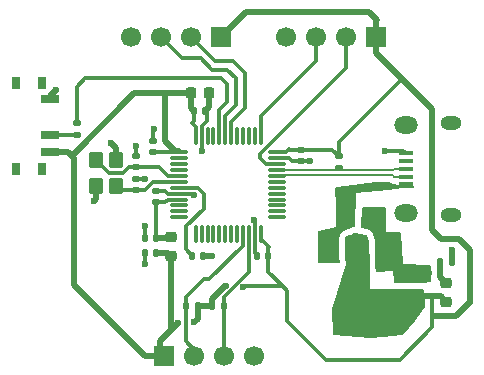
<source format=gbr>
%TF.GenerationSoftware,KiCad,Pcbnew,9.0.7*%
%TF.CreationDate,2026-02-01T18:49:20+05:30*%
%TF.ProjectId,stm32_Phils_lab,73746d33-325f-4506-9869-6c735f6c6162,rev?*%
%TF.SameCoordinates,Original*%
%TF.FileFunction,Copper,L1,Top*%
%TF.FilePolarity,Positive*%
%FSLAX46Y46*%
G04 Gerber Fmt 4.6, Leading zero omitted, Abs format (unit mm)*
G04 Created by KiCad (PCBNEW 9.0.7) date 2026-02-01 18:49:20*
%MOMM*%
%LPD*%
G01*
G04 APERTURE LIST*
G04 Aperture macros list*
%AMRoundRect*
0 Rectangle with rounded corners*
0 $1 Rounding radius*
0 $2 $3 $4 $5 $6 $7 $8 $9 X,Y pos of 4 corners*
0 Add a 4 corners polygon primitive as box body*
4,1,4,$2,$3,$4,$5,$6,$7,$8,$9,$2,$3,0*
0 Add four circle primitives for the rounded corners*
1,1,$1+$1,$2,$3*
1,1,$1+$1,$4,$5*
1,1,$1+$1,$6,$7*
1,1,$1+$1,$8,$9*
0 Add four rect primitives between the rounded corners*
20,1,$1+$1,$2,$3,$4,$5,0*
20,1,$1+$1,$4,$5,$6,$7,0*
20,1,$1+$1,$6,$7,$8,$9,0*
20,1,$1+$1,$8,$9,$2,$3,0*%
G04 Aperture macros list end*
%TA.AperFunction,SMDPad,CuDef*%
%ADD10R,1.500000X0.700000*%
%TD*%
%TA.AperFunction,SMDPad,CuDef*%
%ADD11R,0.800000X1.000000*%
%TD*%
%TA.AperFunction,SMDPad,CuDef*%
%ADD12RoundRect,0.250000X-0.350000X0.450000X-0.350000X-0.450000X0.350000X-0.450000X0.350000X0.450000X0*%
%TD*%
%TA.AperFunction,SMDPad,CuDef*%
%ADD13RoundRect,0.075000X-0.662500X-0.075000X0.662500X-0.075000X0.662500X0.075000X-0.662500X0.075000X0*%
%TD*%
%TA.AperFunction,SMDPad,CuDef*%
%ADD14RoundRect,0.075000X-0.075000X-0.662500X0.075000X-0.662500X0.075000X0.662500X-0.075000X0.662500X0*%
%TD*%
%TA.AperFunction,SMDPad,CuDef*%
%ADD15RoundRect,0.375000X-0.375000X0.625000X-0.375000X-0.625000X0.375000X-0.625000X0.375000X0.625000X0*%
%TD*%
%TA.AperFunction,SMDPad,CuDef*%
%ADD16RoundRect,0.500000X-1.400000X0.500000X-1.400000X-0.500000X1.400000X-0.500000X1.400000X0.500000X0*%
%TD*%
%TA.AperFunction,SMDPad,CuDef*%
%ADD17RoundRect,0.135000X-0.135000X-0.185000X0.135000X-0.185000X0.135000X0.185000X-0.135000X0.185000X0*%
%TD*%
%TA.AperFunction,SMDPad,CuDef*%
%ADD18RoundRect,0.135000X0.135000X0.185000X-0.135000X0.185000X-0.135000X-0.185000X0.135000X-0.185000X0*%
%TD*%
%TA.AperFunction,SMDPad,CuDef*%
%ADD19RoundRect,0.135000X0.185000X-0.135000X0.185000X0.135000X-0.185000X0.135000X-0.185000X-0.135000X0*%
%TD*%
%TA.AperFunction,ComponentPad*%
%ADD20R,1.700000X1.700000*%
%TD*%
%TA.AperFunction,ComponentPad*%
%ADD21C,1.700000*%
%TD*%
%TA.AperFunction,SMDPad,CuDef*%
%ADD22R,1.300000X0.450000*%
%TD*%
%TA.AperFunction,HeatsinkPad*%
%ADD23O,1.800000X1.150000*%
%TD*%
%TA.AperFunction,HeatsinkPad*%
%ADD24O,2.000000X1.450000*%
%TD*%
%TA.AperFunction,SMDPad,CuDef*%
%ADD25RoundRect,0.218750X-0.256250X0.218750X-0.256250X-0.218750X0.256250X-0.218750X0.256250X0.218750X0*%
%TD*%
%TA.AperFunction,SMDPad,CuDef*%
%ADD26RoundRect,0.140000X0.170000X-0.140000X0.170000X0.140000X-0.170000X0.140000X-0.170000X-0.140000X0*%
%TD*%
%TA.AperFunction,SMDPad,CuDef*%
%ADD27RoundRect,0.140000X-0.140000X-0.170000X0.140000X-0.170000X0.140000X0.170000X-0.140000X0.170000X0*%
%TD*%
%TA.AperFunction,SMDPad,CuDef*%
%ADD28RoundRect,0.140000X0.140000X0.170000X-0.140000X0.170000X-0.140000X-0.170000X0.140000X-0.170000X0*%
%TD*%
%TA.AperFunction,SMDPad,CuDef*%
%ADD29RoundRect,0.140000X-0.170000X0.140000X-0.170000X-0.140000X0.170000X-0.140000X0.170000X0.140000X0*%
%TD*%
%TA.AperFunction,SMDPad,CuDef*%
%ADD30RoundRect,0.225000X-0.225000X-0.250000X0.225000X-0.250000X0.225000X0.250000X-0.225000X0.250000X0*%
%TD*%
%TA.AperFunction,SMDPad,CuDef*%
%ADD31RoundRect,0.250000X0.475000X-0.250000X0.475000X0.250000X-0.475000X0.250000X-0.475000X-0.250000X0*%
%TD*%
%TA.AperFunction,SMDPad,CuDef*%
%ADD32RoundRect,0.250000X-0.250000X-0.475000X0.250000X-0.475000X0.250000X0.475000X-0.250000X0.475000X0*%
%TD*%
%TA.AperFunction,ViaPad*%
%ADD33C,0.600000*%
%TD*%
%TA.AperFunction,Conductor*%
%ADD34C,0.300000*%
%TD*%
%TA.AperFunction,Conductor*%
%ADD35C,0.500000*%
%TD*%
%TA.AperFunction,Conductor*%
%ADD36C,0.200000*%
%TD*%
G04 APERTURE END LIST*
D10*
%TO.P,SW1,3,C*%
%TO.N,+3.3V*%
X81750000Y-85000000D03*
%TO.P,SW1,2,B*%
%TO.N,/SW_BOOT0*%
X81750000Y-83500000D03*
%TO.P,SW1,1,A*%
%TO.N,GND*%
X81750000Y-80500000D03*
D11*
%TO.P,SW1,*%
%TO.N,*%
X78890000Y-86400000D03*
X81100000Y-86400000D03*
X78890000Y-79100000D03*
X81100000Y-79100000D03*
%TD*%
D12*
%TO.P,Y1,1,1*%
%TO.N,/HSE_IN*%
X85650000Y-85670000D03*
%TO.P,Y1,2,G*%
%TO.N,GND*%
X85650000Y-87870000D03*
%TO.P,Y1,3,3*%
%TO.N,/HSE_OUT*%
X87350000Y-87870000D03*
%TO.P,Y1,4,G*%
%TO.N,GND*%
X87350000Y-85670000D03*
%TD*%
D13*
%TO.P,U2,1,VBAT*%
%TO.N,+3.3V*%
X92675000Y-85000000D03*
%TO.P,U2,2,PC13*%
%TO.N,unconnected-(U2-PC13-Pad2)*%
X92675000Y-85500000D03*
%TO.P,U2,3,PC14*%
%TO.N,unconnected-(U2-PC14-Pad3)*%
X92675000Y-86000000D03*
%TO.P,U2,4,PC15*%
%TO.N,unconnected-(U2-PC15-Pad4)*%
X92675000Y-86500000D03*
%TO.P,U2,5,PD0*%
%TO.N,/HSE_IN*%
X92675000Y-87000000D03*
%TO.P,U2,6,PD1*%
%TO.N,/HSE_OUT*%
X92675000Y-87500000D03*
%TO.P,U2,7,NRST*%
%TO.N,/NRST*%
X92675000Y-88000000D03*
%TO.P,U2,8,VSSA*%
%TO.N,GND*%
X92675000Y-88500000D03*
%TO.P,U2,9,VDDA*%
%TO.N,+3.3VA*%
X92675000Y-89000000D03*
%TO.P,U2,10,PA0*%
%TO.N,unconnected-(U2-PA0-Pad10)*%
X92675000Y-89500000D03*
%TO.P,U2,11,PA1*%
%TO.N,unconnected-(U2-PA1-Pad11)*%
X92675000Y-90000000D03*
%TO.P,U2,12,PA2*%
%TO.N,unconnected-(U2-PA2-Pad12)*%
X92675000Y-90500000D03*
D14*
%TO.P,U2,13,PA3*%
%TO.N,unconnected-(U2-PA3-Pad13)*%
X94087500Y-91912500D03*
%TO.P,U2,14,PA4*%
%TO.N,unconnected-(U2-PA4-Pad14)*%
X94587500Y-91912500D03*
%TO.P,U2,15,PA5*%
%TO.N,unconnected-(U2-PA5-Pad15)*%
X95087500Y-91912500D03*
%TO.P,U2,16,PA6*%
%TO.N,unconnected-(U2-PA6-Pad16)*%
X95587500Y-91912500D03*
%TO.P,U2,17,PA7*%
%TO.N,unconnected-(U2-PA7-Pad17)*%
X96087500Y-91912500D03*
%TO.P,U2,18,PB0*%
%TO.N,unconnected-(U2-PB0-Pad18)*%
X96587500Y-91912500D03*
%TO.P,U2,19,PB1*%
%TO.N,unconnected-(U2-PB1-Pad19)*%
X97087500Y-91912500D03*
%TO.P,U2,20,PB2*%
%TO.N,unconnected-(U2-PB2-Pad20)*%
X97587500Y-91912500D03*
%TO.P,U2,21,PB10*%
%TO.N,/I2C2_SCL*%
X98087500Y-91912500D03*
%TO.P,U2,22,PB11*%
%TO.N,/I2C2_SDA*%
X98587500Y-91912500D03*
%TO.P,U2,23,VSS*%
%TO.N,GND*%
X99087500Y-91912500D03*
%TO.P,U2,24,VDD*%
%TO.N,+3.3V*%
X99587500Y-91912500D03*
D13*
%TO.P,U2,25,PB12*%
%TO.N,unconnected-(U2-PB12-Pad25)*%
X101000000Y-90500000D03*
%TO.P,U2,26,PB13*%
%TO.N,unconnected-(U2-PB13-Pad26)*%
X101000000Y-90000000D03*
%TO.P,U2,27,PB14*%
%TO.N,unconnected-(U2-PB14-Pad27)*%
X101000000Y-89500000D03*
%TO.P,U2,28,PB15*%
%TO.N,unconnected-(U2-PB15-Pad28)*%
X101000000Y-89000000D03*
%TO.P,U2,29,PA8*%
%TO.N,unconnected-(U2-PA8-Pad29)*%
X101000000Y-88500000D03*
%TO.P,U2,30,PA9*%
%TO.N,unconnected-(U2-PA9-Pad30)*%
X101000000Y-88000000D03*
%TO.P,U2,31,PA10*%
%TO.N,unconnected-(U2-PA10-Pad31)*%
X101000000Y-87500000D03*
%TO.P,U2,32,PA11*%
%TO.N,/USB_D-*%
X101000000Y-87000000D03*
%TO.P,U2,33,PA12*%
%TO.N,/USB_D+*%
X101000000Y-86500000D03*
%TO.P,U2,34,PA13*%
%TO.N,/SWDIO*%
X101000000Y-86000000D03*
%TO.P,U2,35,VSS*%
%TO.N,GND*%
X101000000Y-85500000D03*
%TO.P,U2,36,VDD*%
%TO.N,+3.3V*%
X101000000Y-85000000D03*
D14*
%TO.P,U2,37,PA14*%
%TO.N,/SWCLK*%
X99587500Y-83587500D03*
%TO.P,U2,38,PA15*%
%TO.N,unconnected-(U2-PA15-Pad38)*%
X99087500Y-83587500D03*
%TO.P,U2,39,PB3*%
%TO.N,unconnected-(U2-PB3-Pad39)*%
X98587500Y-83587500D03*
%TO.P,U2,40,PB4*%
%TO.N,unconnected-(U2-PB4-Pad40)*%
X98087500Y-83587500D03*
%TO.P,U2,41,PB5*%
%TO.N,unconnected-(U2-PB5-Pad41)*%
X97587500Y-83587500D03*
%TO.P,U2,42,PB6*%
%TO.N,/USART1_TX*%
X97087500Y-83587500D03*
%TO.P,U2,43,PB7*%
%TO.N,/USART1_RX*%
X96587500Y-83587500D03*
%TO.P,U2,44,BOOT0*%
%TO.N,/BOOT0*%
X96087500Y-83587500D03*
%TO.P,U2,45,PB8*%
%TO.N,unconnected-(U2-PB8-Pad45)*%
X95587500Y-83587500D03*
%TO.P,U2,46,PB9*%
%TO.N,unconnected-(U2-PB9-Pad46)*%
X95087500Y-83587500D03*
%TO.P,U2,47,VSS*%
%TO.N,GND*%
X94587500Y-83587500D03*
%TO.P,U2,48,VDD*%
%TO.N,+3.3V*%
X94087500Y-83587500D03*
%TD*%
D15*
%TO.P,U1,1,GND*%
%TO.N,GND*%
X110050000Y-93100000D03*
%TO.P,U1,2,VO*%
%TO.N,+3.3V*%
X107750000Y-93100000D03*
D16*
X107750000Y-99400000D03*
D15*
%TO.P,U1,3,VI*%
%TO.N,VBUS*%
X105450000Y-93100000D03*
%TD*%
D17*
%TO.P,R5,1*%
%TO.N,+3.3V*%
X95480000Y-98000000D03*
%TO.P,R5,2*%
%TO.N,/I2C2_SDA*%
X96500000Y-98000000D03*
%TD*%
D18*
%TO.P,R4,1*%
%TO.N,+3.3V*%
X94250000Y-98000000D03*
%TO.P,R4,2*%
%TO.N,/I2C2_SCL*%
X93230000Y-98000000D03*
%TD*%
D19*
%TO.P,R3,1*%
%TO.N,/USB_D+*%
X106225000Y-86360000D03*
%TO.P,R3,2*%
%TO.N,+3.3V*%
X106225000Y-85340000D03*
%TD*%
%TO.P,R2,1*%
%TO.N,/SW_BOOT0*%
X84000000Y-83510000D03*
%TO.P,R2,2*%
%TO.N,/BOOT0*%
X84000000Y-82490000D03*
%TD*%
D17*
%TO.P,R1,1*%
%TO.N,/PWR_LED_K*%
X114730000Y-94250000D03*
%TO.P,R1,2*%
%TO.N,GND*%
X115750000Y-94250000D03*
%TD*%
D20*
%TO.P,J4,1,Pin_1*%
%TO.N,+3.3V*%
X91440000Y-102250000D03*
D21*
%TO.P,J4,2,Pin_2*%
%TO.N,/I2C2_SCL*%
X93980000Y-102250000D03*
%TO.P,J4,3,Pin_3*%
%TO.N,/I2C2_SDA*%
X96520000Y-102250000D03*
%TO.P,J4,4,Pin_4*%
%TO.N,GND*%
X99060000Y-102250000D03*
%TD*%
D20*
%TO.P,J3,1,Pin_1*%
%TO.N,+3.3V*%
X109330000Y-75250000D03*
D21*
%TO.P,J3,2,Pin_2*%
%TO.N,/SWDIO*%
X106790000Y-75250000D03*
%TO.P,J3,3,Pin_3*%
%TO.N,/SWCLK*%
X104250000Y-75250000D03*
%TO.P,J3,4,Pin_4*%
%TO.N,GND*%
X101710000Y-75250000D03*
%TD*%
D20*
%TO.P,J2,1,Pin_1*%
%TO.N,+3.3V*%
X96250000Y-75250000D03*
D21*
%TO.P,J2,2,Pin_2*%
%TO.N,/USART1_TX*%
X93710000Y-75250000D03*
%TO.P,J2,3,Pin_3*%
%TO.N,/USART1_RX*%
X91170000Y-75250000D03*
%TO.P,J2,4,Pin_4*%
%TO.N,GND*%
X88630000Y-75250000D03*
%TD*%
D22*
%TO.P,J1,1,VBUS*%
%TO.N,VBUS*%
X111850000Y-87700000D03*
%TO.P,J1,2,D-*%
%TO.N,/USB_D-*%
X111850000Y-87050000D03*
%TO.P,J1,3,D+*%
%TO.N,/USB_D+*%
X111850000Y-86400000D03*
%TO.P,J1,4,ID*%
%TO.N,unconnected-(J1-ID-Pad4)*%
X111850000Y-85750000D03*
%TO.P,J1,5,GND*%
%TO.N,GND*%
X111850000Y-85100000D03*
D23*
%TO.P,J1,6,SSTX-*%
%TO.N,unconnected-(J1-SSTX--Pad6)_3*%
X115700000Y-90275000D03*
D24*
%TO.N,unconnected-(J1-SSTX--Pad6)_2*%
X111900000Y-90125000D03*
%TO.N,unconnected-(J1-SSTX--Pad6)_1*%
X111900000Y-82675000D03*
D23*
%TO.N,unconnected-(J1-SSTX--Pad6)*%
X115700000Y-82525000D03*
%TD*%
D25*
%TO.P,FB1,1*%
%TO.N,+3.3VA*%
X92000000Y-92175000D03*
%TO.P,FB1,2*%
%TO.N,+3.3V*%
X92000000Y-93750000D03*
%TD*%
%TO.P,D1,1,K*%
%TO.N,/PWR_LED_K*%
X115250000Y-96062500D03*
%TO.P,D1,2,A*%
%TO.N,+3.3V*%
X115250000Y-97637500D03*
%TD*%
D26*
%TO.P,C13,1*%
%TO.N,/HSE_OUT*%
X89000000Y-88230000D03*
%TO.P,C13,2*%
%TO.N,GND*%
X89000000Y-87270000D03*
%TD*%
%TO.P,C12,1*%
%TO.N,/HSE_IN*%
X89000000Y-86250000D03*
%TO.P,C12,2*%
%TO.N,GND*%
X89000000Y-85290000D03*
%TD*%
D27*
%TO.P,C11,1*%
%TO.N,/NRST*%
X93770000Y-93750000D03*
%TO.P,C11,2*%
%TO.N,GND*%
X94730000Y-93750000D03*
%TD*%
D28*
%TO.P,C10,1*%
%TO.N,+3.3V*%
X90730000Y-93500000D03*
%TO.P,C10,2*%
%TO.N,GND*%
X89770000Y-93500000D03*
%TD*%
%TO.P,C9,1*%
%TO.N,+3.3VA*%
X90730000Y-92250000D03*
%TO.P,C9,2*%
%TO.N,GND*%
X89770000Y-92250000D03*
%TD*%
D26*
%TO.P,C8,1*%
%TO.N,+3.3VA*%
X90750000Y-89230000D03*
%TO.P,C8,2*%
%TO.N,GND*%
X90750000Y-88270000D03*
%TD*%
D27*
%TO.P,C7,2*%
%TO.N,GND*%
X94880000Y-81500000D03*
%TO.P,C7,1*%
%TO.N,+3.3V*%
X93920000Y-81500000D03*
%TD*%
D29*
%TO.P,C6,1*%
%TO.N,+3.3V*%
X103000000Y-84770000D03*
%TO.P,C6,2*%
%TO.N,GND*%
X103000000Y-85730000D03*
%TD*%
D28*
%TO.P,C5,1*%
%TO.N,+3.3V*%
X100230000Y-93750000D03*
%TO.P,C5,2*%
%TO.N,GND*%
X99270000Y-93750000D03*
%TD*%
D26*
%TO.P,C4,1*%
%TO.N,+3.3V*%
X90500000Y-84980000D03*
%TO.P,C4,2*%
%TO.N,GND*%
X90500000Y-84020000D03*
%TD*%
D30*
%TO.P,C3,1*%
%TO.N,+3.3V*%
X93700000Y-80000000D03*
%TO.P,C3,2*%
%TO.N,GND*%
X95250000Y-80000000D03*
%TD*%
D31*
%TO.P,C2,1*%
%TO.N,+3.3V*%
X112500000Y-97200000D03*
%TO.P,C2,2*%
%TO.N,GND*%
X112500000Y-95300000D03*
%TD*%
D32*
%TO.P,C1,1*%
%TO.N,VBUS*%
X106800000Y-90750000D03*
%TO.P,C1,2*%
%TO.N,GND*%
X108700000Y-90750000D03*
%TD*%
D33*
%TO.N,GND*%
X94575000Y-84925000D03*
X90525000Y-83050000D03*
X85475000Y-89100000D03*
X86925000Y-84175000D03*
%TO.N,+3.3V*%
X92575000Y-99450000D03*
X93925000Y-99400000D03*
X96625000Y-96340380D03*
X98075000Y-96400000D03*
%TO.N,GND*%
X110100000Y-84900000D03*
X113850000Y-95250000D03*
X110500000Y-94650000D03*
X109700000Y-94650000D03*
X109800000Y-91000000D03*
X109800000Y-90250000D03*
X82250000Y-79750000D03*
X115750000Y-93250000D03*
X103750000Y-85750000D03*
X89750000Y-94500000D03*
X89000000Y-84500000D03*
X89750000Y-87250000D03*
X89750000Y-91250000D03*
X95500000Y-93750000D03*
X99000000Y-90750000D03*
X93915380Y-88650000D03*
%TD*%
D34*
%TO.N,GND*%
X94587500Y-84912500D02*
X94575000Y-84925000D01*
X94587500Y-83587500D02*
X94587500Y-84912500D01*
X90500000Y-83075000D02*
X90525000Y-83050000D01*
X90500000Y-84020000D02*
X90500000Y-83075000D01*
X95000000Y-81620000D02*
X94880000Y-81500000D01*
X95000000Y-82325000D02*
X95000000Y-81620000D01*
X94587500Y-83587500D02*
X94587500Y-82737500D01*
X94587500Y-82737500D02*
X95000000Y-82325000D01*
%TO.N,+3.3VA*%
X90750000Y-92230000D02*
X90730000Y-92250000D01*
X90750000Y-89230000D02*
X90750000Y-92230000D01*
D35*
X91925000Y-92250000D02*
X92000000Y-92175000D01*
X90730000Y-92250000D02*
X91925000Y-92250000D01*
%TO.N,GND*%
X85650000Y-88925000D02*
X85475000Y-89100000D01*
X85650000Y-87870000D02*
X85650000Y-88925000D01*
X87350000Y-84600000D02*
X86925000Y-84175000D01*
X87350000Y-85670000D02*
X87350000Y-84600000D01*
D34*
%TO.N,+3.3V*%
X106225000Y-85340000D02*
X106225000Y-84150000D01*
X106225000Y-84150000D02*
X111550000Y-78825000D01*
D35*
X111550000Y-78825000D02*
X113900000Y-81175000D01*
D34*
X103000000Y-84770000D02*
X105655000Y-84770000D01*
X105655000Y-84770000D02*
X106225000Y-85340000D01*
D35*
X116150000Y-98900000D02*
X114350000Y-98900000D01*
X117250000Y-97800000D02*
X116150000Y-98900000D01*
X117275000Y-97775000D02*
X117250000Y-97800000D01*
X117275000Y-93275000D02*
X117275000Y-97775000D01*
X115125000Y-92350000D02*
X116350000Y-92350000D01*
X114850000Y-92350000D02*
X115125000Y-92350000D01*
X114050000Y-91550000D02*
X114850000Y-92350000D01*
X116350000Y-92350000D02*
X117275000Y-93275000D01*
X114050000Y-81325000D02*
X114050000Y-91550000D01*
X109330000Y-76605000D02*
X111550000Y-78825000D01*
X113900000Y-81175000D02*
X114050000Y-81325000D01*
X109330000Y-75250000D02*
X109330000Y-76605000D01*
D34*
X114100000Y-99800000D02*
X114100000Y-97250000D01*
D35*
X109330000Y-73845000D02*
X109330000Y-75250000D01*
X108750000Y-73125000D02*
X109400000Y-73775000D01*
X98375000Y-73125000D02*
X108750000Y-73125000D01*
X109400000Y-73775000D02*
X109330000Y-73845000D01*
X96250000Y-75250000D02*
X98375000Y-73125000D01*
X92344000Y-84899000D02*
X92675000Y-84899000D01*
X91475000Y-84030000D02*
X92344000Y-84899000D01*
X91475000Y-80000000D02*
X91475000Y-84030000D01*
X91475000Y-80000000D02*
X93700000Y-80000000D01*
X88875000Y-80000000D02*
X91475000Y-80000000D01*
X83587500Y-85287500D02*
X83775000Y-85475000D01*
X83587500Y-85287500D02*
X88875000Y-80000000D01*
X89750000Y-102250000D02*
X91440000Y-102250000D01*
X83775000Y-85475000D02*
X83775000Y-96275000D01*
X83300000Y-85000000D02*
X83587500Y-85287500D01*
X81750000Y-85000000D02*
X83300000Y-85000000D01*
X83775000Y-96275000D02*
X89750000Y-102250000D01*
X90730000Y-93500000D02*
X91750000Y-93500000D01*
X91750000Y-93500000D02*
X92000000Y-93750000D01*
X92000000Y-93750000D02*
X92000000Y-100025000D01*
X92000000Y-100025000D02*
X91050000Y-100975000D01*
X91050000Y-101860000D02*
X91440000Y-102250000D01*
X91050000Y-100975000D02*
X91050000Y-101860000D01*
X92575000Y-99450000D02*
X92000000Y-100025000D01*
X94250000Y-99075000D02*
X94250000Y-98000000D01*
X93925000Y-99400000D02*
X94250000Y-99075000D01*
X94250000Y-98000000D02*
X95480000Y-98000000D01*
X95480000Y-97420058D02*
X96592339Y-96307719D01*
X95480000Y-98000000D02*
X95480000Y-97420058D01*
D34*
X98319240Y-96350000D02*
X98284620Y-96384620D01*
X101450000Y-96350000D02*
X98319240Y-96350000D01*
X101450000Y-96350000D02*
X101850000Y-96750000D01*
X100230000Y-95130000D02*
X101450000Y-96350000D01*
X114100000Y-97250000D02*
X114050000Y-97200000D01*
D35*
X112500000Y-97200000D02*
X114050000Y-97200000D01*
D34*
X105100000Y-102550000D02*
X111350000Y-102550000D01*
X101850000Y-99300000D02*
X105100000Y-102550000D01*
X111350000Y-102550000D02*
X114100000Y-99800000D01*
X100230000Y-93750000D02*
X100230000Y-95130000D01*
X101850000Y-96750000D02*
X101850000Y-99300000D01*
D35*
%TO.N,/PWR_LED_K*%
X114730000Y-95542500D02*
X114730000Y-94250000D01*
X115250000Y-96062500D02*
X114730000Y-95542500D01*
%TO.N,+3.3V*%
X114812500Y-97200000D02*
X115250000Y-97637500D01*
X114050000Y-97200000D02*
X114812500Y-97200000D01*
D34*
%TO.N,GND*%
X110100000Y-84900000D02*
X111650000Y-84900000D01*
X111650000Y-84900000D02*
X111850000Y-85100000D01*
D35*
X81750000Y-80250000D02*
X82250000Y-79750000D01*
X81750000Y-80500000D02*
X81750000Y-80250000D01*
X115750000Y-94250000D02*
X115750000Y-93250000D01*
D34*
X103730000Y-85730000D02*
X103750000Y-85750000D01*
X103000000Y-85730000D02*
X103730000Y-85730000D01*
X93765380Y-88500000D02*
X93915380Y-88650000D01*
X92675000Y-88500000D02*
X93765380Y-88500000D01*
%TO.N,/NRST*%
X93250000Y-93230000D02*
X93770000Y-93750000D01*
X93250000Y-91267034D02*
X93250000Y-93230000D01*
X94750000Y-89767034D02*
X93250000Y-91267034D01*
X94750000Y-88500000D02*
X94750000Y-89767034D01*
X94250000Y-88000000D02*
X94750000Y-88500000D01*
X92675000Y-88000000D02*
X94250000Y-88000000D01*
%TO.N,GND*%
X89770000Y-94480000D02*
X89750000Y-94500000D01*
X89770000Y-93500000D02*
X89770000Y-94480000D01*
X89000000Y-85290000D02*
X89000000Y-84500000D01*
X89730000Y-87270000D02*
X89750000Y-87250000D01*
X89000000Y-87270000D02*
X89730000Y-87270000D01*
X89770000Y-91270000D02*
X89750000Y-91250000D01*
X89770000Y-92250000D02*
X89770000Y-91270000D01*
X99087500Y-90837500D02*
X99000000Y-90750000D01*
X99087500Y-91912500D02*
X99087500Y-90837500D01*
D35*
X94730000Y-93750000D02*
X95500000Y-93750000D01*
D34*
%TO.N,/I2C2_SDA*%
X96500000Y-102230000D02*
X96520000Y-102250000D01*
X96500000Y-98000000D02*
X96500000Y-102230000D01*
%TO.N,/I2C2_SCL*%
X93980000Y-101730000D02*
X93980000Y-102250000D01*
X93230000Y-100980000D02*
X93980000Y-101730000D01*
X93230000Y-98000000D02*
X93230000Y-100980000D01*
X94750000Y-95750000D02*
X93230000Y-97270000D01*
X93230000Y-97270000D02*
X93230000Y-98000000D01*
X95250000Y-95750000D02*
X94750000Y-95750000D01*
X98087500Y-92912500D02*
X95250000Y-95750000D01*
X98087500Y-91912500D02*
X98087500Y-92912500D01*
%TO.N,/I2C2_SDA*%
X96500000Y-97250000D02*
X96500000Y-98000000D01*
X98587500Y-95162500D02*
X96500000Y-97250000D01*
X98587500Y-91912500D02*
X98587500Y-95162500D01*
%TO.N,GND*%
X99087500Y-93567500D02*
X99270000Y-93750000D01*
X99087500Y-91912500D02*
X99087500Y-93567500D01*
%TO.N,+3.3V*%
X100230000Y-93020000D02*
X100230000Y-93750000D01*
X100250000Y-93000000D02*
X100230000Y-93020000D01*
X99587500Y-92337500D02*
X100250000Y-93000000D01*
X99587500Y-91912500D02*
X99587500Y-92337500D01*
%TO.N,/SW_BOOT0*%
X81760000Y-83510000D02*
X81750000Y-83500000D01*
X84000000Y-83510000D02*
X81760000Y-83510000D01*
%TO.N,/BOOT0*%
X84000000Y-79500000D02*
X84000000Y-82490000D01*
X96250000Y-78750000D02*
X84750000Y-78750000D01*
X96750000Y-79250000D02*
X96250000Y-78750000D01*
X84750000Y-78750000D02*
X84000000Y-79500000D01*
X96750000Y-80750000D02*
X96750000Y-79250000D01*
X96087500Y-81412500D02*
X96750000Y-80750000D01*
X96087500Y-83587500D02*
X96087500Y-81412500D01*
%TO.N,/USART1_RX*%
X92920000Y-77000000D02*
X91170000Y-75250000D01*
X94500000Y-77000000D02*
X92920000Y-77000000D01*
X95500000Y-78000000D02*
X94500000Y-77000000D01*
X96750000Y-78000000D02*
X95500000Y-78000000D01*
X97500000Y-78750000D02*
X96750000Y-78000000D01*
X97500000Y-81000000D02*
X97500000Y-78750000D01*
X96587500Y-81912500D02*
X97500000Y-81000000D01*
X96587500Y-83587500D02*
X96587500Y-81912500D01*
%TO.N,/USART1_TX*%
X97250000Y-77250000D02*
X95710000Y-77250000D01*
X95710000Y-77250000D02*
X93710000Y-75250000D01*
X98250000Y-78250000D02*
X97250000Y-77250000D01*
X98250000Y-81250000D02*
X98250000Y-78250000D01*
X97087500Y-82412500D02*
X98250000Y-81250000D01*
X97087500Y-83587500D02*
X97087500Y-82412500D01*
%TO.N,/SWDIO*%
X99500000Y-85157966D02*
X106790000Y-77867966D01*
X106790000Y-77867966D02*
X106790000Y-75250000D01*
X99500000Y-85500000D02*
X99500000Y-85157966D01*
X100000000Y-86000000D02*
X99500000Y-85500000D01*
X101000000Y-86000000D02*
X100000000Y-86000000D01*
%TO.N,/SWCLK*%
X104250000Y-77250000D02*
X104250000Y-75250000D01*
X99587500Y-81912500D02*
X104250000Y-77250000D01*
X99587500Y-83587500D02*
X99587500Y-81912500D01*
D36*
%TO.N,/USB_D-*%
X110874999Y-87050000D02*
X111850000Y-87050000D01*
X110774999Y-86950000D02*
X110874999Y-87050000D01*
X101050000Y-86950000D02*
X110774999Y-86950000D01*
X101000000Y-87000000D02*
X101050000Y-86950000D01*
%TO.N,/USB_D+*%
X110874999Y-86400000D02*
X111850000Y-86400000D01*
X110774999Y-86500000D02*
X110874999Y-86400000D01*
X101000000Y-86500000D02*
X110774999Y-86500000D01*
D34*
%TO.N,/HSE_IN*%
X86730000Y-86750000D02*
X85650000Y-85670000D01*
X88426870Y-86250000D02*
X87926870Y-86750000D01*
X89000000Y-86250000D02*
X88426870Y-86250000D01*
X87926870Y-86750000D02*
X86730000Y-86750000D01*
X91000000Y-86250000D02*
X89000000Y-86250000D01*
X91750000Y-87000000D02*
X91000000Y-86250000D01*
X92675000Y-87000000D02*
X91750000Y-87000000D01*
%TO.N,/HSE_OUT*%
X87710000Y-88230000D02*
X87350000Y-87870000D01*
X89000000Y-88230000D02*
X87710000Y-88230000D01*
X89770000Y-88230000D02*
X89000000Y-88230000D01*
X92675000Y-87500000D02*
X90500000Y-87500000D01*
X90500000Y-87500000D02*
X89770000Y-88230000D01*
%TO.N,+3.3VA*%
X91480000Y-89230000D02*
X90750000Y-89230000D01*
X91750000Y-89000000D02*
X91500000Y-89250000D01*
X92675000Y-89000000D02*
X91750000Y-89000000D01*
X91500000Y-89250000D02*
X91480000Y-89230000D01*
%TO.N,GND*%
X91480000Y-88270000D02*
X90750000Y-88270000D01*
X91500000Y-88250000D02*
X91480000Y-88270000D01*
X91750000Y-88500000D02*
X91500000Y-88250000D01*
X92675000Y-88500000D02*
X91750000Y-88500000D01*
%TO.N,+3.3V*%
X90500000Y-84980000D02*
X92655000Y-84980000D01*
X92655000Y-84980000D02*
X92675000Y-85000000D01*
%TO.N,GND*%
X102000000Y-85500000D02*
X102250000Y-85750000D01*
X101000000Y-85500000D02*
X102000000Y-85500000D01*
X102250000Y-85750000D02*
X102270000Y-85730000D01*
X102270000Y-85730000D02*
X103000000Y-85730000D01*
%TO.N,+3.3V*%
X102020000Y-84770000D02*
X103000000Y-84770000D01*
X102000000Y-84750000D02*
X102020000Y-84770000D01*
X101750000Y-85000000D02*
X102000000Y-84750000D01*
X101000000Y-85000000D02*
X101750000Y-85000000D01*
D35*
%TO.N,GND*%
X95250000Y-81130000D02*
X94880000Y-81500000D01*
X95250000Y-80000000D02*
X95250000Y-81130000D01*
%TO.N,+3.3V*%
X93700000Y-81280000D02*
X93920000Y-81500000D01*
X93700000Y-80000000D02*
X93700000Y-81280000D01*
D34*
X93920000Y-82330000D02*
X93920000Y-81500000D01*
X93750000Y-82500000D02*
X93920000Y-82330000D01*
X94087500Y-82837500D02*
X93750000Y-82500000D01*
X94087500Y-83587500D02*
X94087500Y-82837500D01*
%TD*%
%TA.AperFunction,Conductor*%
%TO.N,GND*%
G36*
X110098502Y-89655333D02*
G01*
X110144257Y-89708137D01*
X110155428Y-89756696D01*
X110202545Y-91735647D01*
X110202546Y-91735648D01*
X111335244Y-91735648D01*
X111402283Y-91755333D01*
X111448038Y-91808137D01*
X111459053Y-91852770D01*
X111602545Y-94435647D01*
X111602546Y-94435648D01*
X113860665Y-94529736D01*
X113926824Y-94552194D01*
X113970341Y-94606857D01*
X113979500Y-94653628D01*
X113979500Y-95616418D01*
X113979500Y-95616420D01*
X113979499Y-95616420D01*
X114008340Y-95761407D01*
X114008342Y-95761413D01*
X114023474Y-95797946D01*
X114030941Y-95867416D01*
X113999666Y-95929894D01*
X113939576Y-95965546D01*
X113931491Y-95967324D01*
X113445085Y-96057398D01*
X113404861Y-96058209D01*
X113307382Y-96044195D01*
X113307379Y-96044195D01*
X111651704Y-96044195D01*
X111651662Y-96044195D01*
X111642909Y-96044270D01*
X111639476Y-96044331D01*
X111630655Y-96044561D01*
X111027369Y-96065491D01*
X110959688Y-96048143D01*
X110912129Y-95996957D01*
X110900627Y-95961157D01*
X110895625Y-95929894D01*
X110752546Y-95035648D01*
X110752545Y-95035648D01*
X109454496Y-95174724D01*
X109385741Y-95162294D01*
X109334621Y-95114665D01*
X109317327Y-95054611D01*
X109305386Y-94588806D01*
X109283034Y-93672402D01*
X109255643Y-92549396D01*
X109250465Y-92488521D01*
X109247006Y-92464886D01*
X109234522Y-92405081D01*
X109103786Y-91925717D01*
X109058336Y-91813864D01*
X109046964Y-91793326D01*
X109035593Y-91772787D01*
X109035591Y-91772785D01*
X108954975Y-91664432D01*
X108954971Y-91664428D01*
X108840821Y-91576863D01*
X108840817Y-91576861D01*
X108840815Y-91576859D01*
X108787463Y-91546907D01*
X108782706Y-91544325D01*
X108774776Y-91540020D01*
X108774769Y-91540017D01*
X108639137Y-91492011D01*
X108639130Y-91492009D01*
X108587786Y-91481741D01*
X108587778Y-91481739D01*
X108587764Y-91481737D01*
X108538465Y-91474383D01*
X108532525Y-91473794D01*
X108519071Y-91472461D01*
X108475453Y-91470306D01*
X108469223Y-91469999D01*
X108469222Y-91469999D01*
X108432065Y-91469999D01*
X108419456Y-91469356D01*
X108417157Y-91469121D01*
X108390762Y-91463470D01*
X108296134Y-91432113D01*
X108289534Y-91429716D01*
X108284039Y-91427543D01*
X108284036Y-91427542D01*
X108284026Y-91427538D01*
X108261635Y-91420193D01*
X108261621Y-91420189D01*
X108261614Y-91420187D01*
X108226443Y-91410937D01*
X108203198Y-91404823D01*
X108203189Y-91404821D01*
X108202110Y-91404605D01*
X108199924Y-91404168D01*
X108138048Y-91371719D01*
X108103538Y-91310967D01*
X108101802Y-91262987D01*
X108111915Y-91199786D01*
X108134805Y-89757679D01*
X108155551Y-89690961D01*
X108209074Y-89646050D01*
X108258789Y-89635648D01*
X110031463Y-89635648D01*
X110098502Y-89655333D01*
G37*
%TD.AperFunction*%
%TD*%
%TA.AperFunction,Conductor*%
%TO.N,VBUS*%
G36*
X110569664Y-87567112D02*
G01*
X110643215Y-87609577D01*
X110728937Y-87632546D01*
X110795941Y-87650500D01*
X110795942Y-87650500D01*
X110835802Y-87650500D01*
X110846285Y-87652312D01*
X110868479Y-87663218D01*
X110892204Y-87670185D01*
X110899476Y-87675233D01*
X110957668Y-87718795D01*
X110957671Y-87718797D01*
X111092517Y-87769091D01*
X111092516Y-87769091D01*
X111099444Y-87769835D01*
X111152127Y-87775500D01*
X112426000Y-87775499D01*
X112434685Y-87778049D01*
X112443647Y-87776761D01*
X112467687Y-87787739D01*
X112493039Y-87795184D01*
X112498966Y-87802024D01*
X112507203Y-87805786D01*
X112521490Y-87828018D01*
X112538794Y-87847987D01*
X112541081Y-87858502D01*
X112544977Y-87864564D01*
X112550000Y-87899499D01*
X112550000Y-87926000D01*
X112530315Y-87993039D01*
X112477511Y-88038794D01*
X112426000Y-88050000D01*
X111650000Y-88050000D01*
X110400003Y-88174999D01*
X107649999Y-88449999D01*
X107606479Y-91191763D01*
X107585733Y-91258482D01*
X107532210Y-91303393D01*
X107512910Y-91310007D01*
X107379813Y-91343682D01*
X107258115Y-91393794D01*
X107220914Y-91410907D01*
X107206661Y-91418176D01*
X107170958Y-91438247D01*
X107166570Y-91440954D01*
X107140494Y-91453111D01*
X107050052Y-91483082D01*
X107047810Y-91483801D01*
X107039143Y-91486488D01*
X107036006Y-91487461D01*
X107035970Y-91487473D01*
X106993246Y-91502857D01*
X106993240Y-91502859D01*
X106616906Y-91657820D01*
X106502700Y-91723398D01*
X106462158Y-91754338D01*
X106460382Y-91755698D01*
X106360017Y-91858794D01*
X106360016Y-91858796D01*
X106292766Y-91985986D01*
X106272144Y-92043625D01*
X106267486Y-92057257D01*
X106267484Y-92057265D01*
X106242831Y-92199014D01*
X106242830Y-92199019D01*
X106195093Y-93822055D01*
X106195093Y-93822087D01*
X106195093Y-93822092D01*
X106197334Y-93886761D01*
X106198813Y-93901701D01*
X106199824Y-93911913D01*
X106210311Y-93975787D01*
X106273158Y-94248117D01*
X106269053Y-94317866D01*
X106227890Y-94374323D01*
X106162738Y-94399563D01*
X106152334Y-94400000D01*
X104524000Y-94400000D01*
X104456961Y-94380315D01*
X104411206Y-94327511D01*
X104400000Y-94276000D01*
X104400000Y-91799807D01*
X104419685Y-91732768D01*
X104472489Y-91687013D01*
X104497498Y-91678672D01*
X106000000Y-91350000D01*
X105950000Y-89500000D01*
X105903674Y-88063909D01*
X105921187Y-87996272D01*
X105972489Y-87948838D01*
X106013195Y-87936753D01*
X109306731Y-87551340D01*
X109321143Y-87550500D01*
X110507665Y-87550500D01*
X110569664Y-87567112D01*
G37*
%TD.AperFunction*%
%TD*%
%TA.AperFunction,Conductor*%
%TO.N,+3.3V*%
G36*
X108104057Y-91900506D02*
G01*
X108126482Y-91907862D01*
X108130662Y-91909812D01*
X108130666Y-91909814D01*
X108297203Y-91964999D01*
X108399991Y-91975500D01*
X108469230Y-91975499D01*
X108488631Y-91977421D01*
X108540003Y-91987695D01*
X108593355Y-92017647D01*
X108616098Y-92058723D01*
X108746834Y-92538087D01*
X108750293Y-92561722D01*
X108800000Y-94599695D01*
X108800002Y-94599757D01*
X108800001Y-94599757D01*
X108849999Y-96549998D01*
X108850000Y-96550000D01*
X110200000Y-96600000D01*
X110200006Y-96599999D01*
X110200012Y-96600000D01*
X111648271Y-96549755D01*
X111651704Y-96549695D01*
X113307379Y-96549695D01*
X113365570Y-96568602D01*
X113401534Y-96618102D01*
X113406160Y-96642111D01*
X113497731Y-98015958D01*
X113482735Y-98075277D01*
X113480816Y-98078211D01*
X112653391Y-99295012D01*
X112646022Y-99304544D01*
X111626080Y-100469896D01*
X111573528Y-100501232D01*
X111560564Y-100503287D01*
X109950000Y-100650000D01*
X109949955Y-100650004D01*
X108859162Y-100748864D01*
X108840840Y-100748822D01*
X105787588Y-100458036D01*
X105731452Y-100433697D01*
X105700343Y-100381010D01*
X105698000Y-100361737D01*
X105650377Y-98266602D01*
X105655059Y-98234188D01*
X106850000Y-94499695D01*
X106702865Y-93862111D01*
X106700374Y-93836953D01*
X106748112Y-92213877D01*
X106768722Y-92156269D01*
X106809373Y-92125247D01*
X107185702Y-91970287D01*
X107202678Y-91965024D01*
X107202787Y-91964999D01*
X107202797Y-91964999D01*
X107369334Y-91909814D01*
X107436332Y-91868489D01*
X107450594Y-91861215D01*
X107572282Y-91811107D01*
X107629390Y-91805573D01*
X108104057Y-91900506D01*
G37*
%TD.AperFunction*%
%TD*%
M02*

</source>
